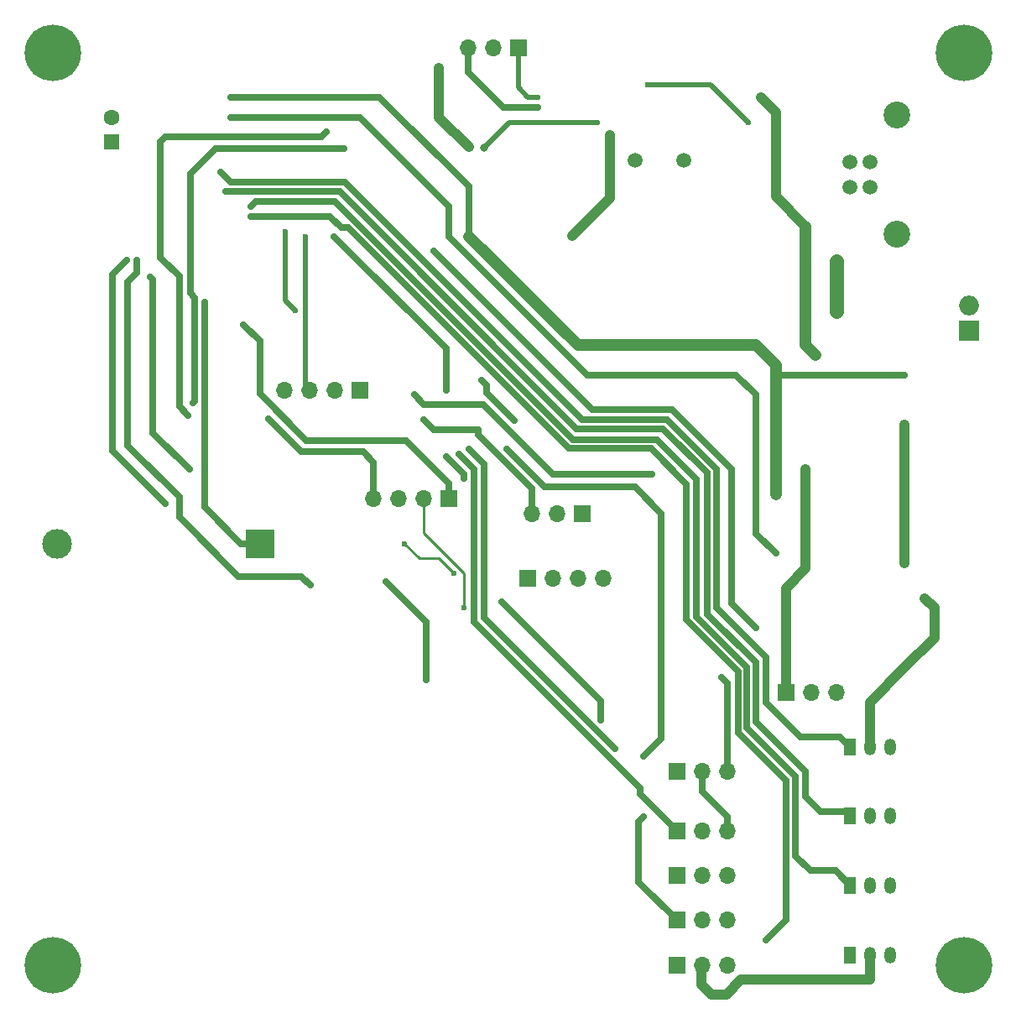
<source format=gbl>
G04 #@! TF.FileFunction,Copper,L2,Bot,Signal*
%FSLAX46Y46*%
G04 Gerber Fmt 4.6, Leading zero omitted, Abs format (unit mm)*
G04 Created by KiCad (PCBNEW 4.0.7) date 11/23/17 20:16:03*
%MOMM*%
%LPD*%
G01*
G04 APERTURE LIST*
%ADD10C,0.100000*%
%ADD11C,3.000000*%
%ADD12R,3.000000X3.000000*%
%ADD13C,1.520000*%
%ADD14C,2.700000*%
%ADD15R,1.600000X1.600000*%
%ADD16C,1.600000*%
%ADD17R,1.700000X1.700000*%
%ADD18O,1.700000X1.700000*%
%ADD19C,1.500000*%
%ADD20O,1.998980X1.998980*%
%ADD21R,1.998980X1.998980*%
%ADD22C,5.700000*%
%ADD23R,1.200000X1.700000*%
%ADD24O,1.200000X1.700000*%
%ADD25C,0.600000*%
%ADD26C,0.800000*%
%ADD27C,0.250000*%
%ADD28C,0.700000*%
%ADD29C,1.000000*%
%ADD30C,1.400000*%
%ADD31C,1.200000*%
%ADD32C,0.500000*%
G04 APERTURE END LIST*
D10*
D11*
X118956000Y-97028000D03*
D12*
X139446000Y-97028000D03*
D13*
X199000000Y-61040000D03*
X199000000Y-58500000D03*
X201000000Y-58500000D03*
X201000000Y-61040000D03*
D14*
X203700000Y-65770000D03*
X203700000Y-53770000D03*
D15*
X124500000Y-56500000D03*
D16*
X124500000Y-54000000D03*
D17*
X172000000Y-94000000D03*
D18*
X169460000Y-94000000D03*
X166920000Y-94000000D03*
D17*
X166500000Y-100500000D03*
D18*
X169040000Y-100500000D03*
X171580000Y-100500000D03*
X174120000Y-100500000D03*
D17*
X158500000Y-92500000D03*
D18*
X155960000Y-92500000D03*
X153420000Y-92500000D03*
X150880000Y-92500000D03*
D17*
X149500000Y-81500000D03*
D18*
X146960000Y-81500000D03*
X144420000Y-81500000D03*
X141880000Y-81500000D03*
D17*
X192500000Y-112000000D03*
D18*
X195040000Y-112000000D03*
X197580000Y-112000000D03*
D19*
X177310000Y-58370000D03*
X182190000Y-58370000D03*
D20*
X211000000Y-72960000D03*
D21*
X211000000Y-75500000D03*
D17*
X165500000Y-47000000D03*
D18*
X162960000Y-47000000D03*
X160420000Y-47000000D03*
D22*
X210500000Y-139500000D03*
X118500000Y-139500000D03*
X118500000Y-47500000D03*
X210500000Y-47500000D03*
D17*
X181500000Y-126000000D03*
D18*
X184040000Y-126000000D03*
X186580000Y-126000000D03*
D17*
X181500000Y-130500000D03*
D18*
X184040000Y-130500000D03*
X186580000Y-130500000D03*
D23*
X199000000Y-117500000D03*
D24*
X201000000Y-117500000D03*
X203000000Y-117500000D03*
D23*
X199000000Y-124500000D03*
D24*
X201000000Y-124500000D03*
X203000000Y-124500000D03*
D23*
X199000000Y-131500000D03*
D24*
X201000000Y-131500000D03*
X203000000Y-131500000D03*
D23*
X199000000Y-138500000D03*
D24*
X201000000Y-138500000D03*
X203000000Y-138500000D03*
D17*
X181500000Y-135000000D03*
D18*
X184040000Y-135000000D03*
X186580000Y-135000000D03*
D17*
X181500000Y-139500000D03*
D18*
X184040000Y-139500000D03*
X186580000Y-139500000D03*
D17*
X181500000Y-120000000D03*
D18*
X184040000Y-120000000D03*
X186580000Y-120000000D03*
D25*
X160000000Y-103500000D03*
X167500000Y-53000000D03*
X206500000Y-102500000D03*
X161500000Y-85500000D03*
X156000000Y-84500000D03*
X204500000Y-99000000D03*
X204500000Y-85000000D03*
X157500000Y-49000000D03*
X160500000Y-57000000D03*
X174770000Y-55830000D03*
X170960000Y-65990000D03*
D26*
X197630000Y-68530000D03*
X197630000Y-73610000D03*
D25*
X133858000Y-72644000D03*
X204500000Y-80000000D03*
X137795000Y-74930000D03*
X186000000Y-110500000D03*
X160500000Y-66000000D03*
X136500000Y-52000000D03*
X191500000Y-92000000D03*
X189500000Y-77000000D03*
X173500000Y-54560000D03*
D26*
X162070000Y-57100000D03*
D25*
X190000000Y-52000000D03*
X179000000Y-90000000D03*
X155000000Y-82000000D03*
X194500000Y-89500000D03*
X194500000Y-65000000D03*
X195500000Y-78000000D03*
X188740000Y-54560000D03*
X178580000Y-50750000D03*
X159000000Y-100000000D03*
X154000000Y-97000000D03*
X132207000Y-84074000D03*
X146177000Y-55499000D03*
X131318000Y-70040500D03*
X140335000Y-84455000D03*
X132715000Y-82804000D03*
X147955000Y-57150000D03*
X132842000Y-72199500D03*
X159512000Y-88011000D03*
X175260000Y-117729000D03*
X160528000Y-87503000D03*
X135500000Y-59500000D03*
X136000000Y-61500000D03*
X138500000Y-63000000D03*
X138500000Y-64000000D03*
X190500000Y-137000000D03*
X178181000Y-124587000D03*
X178181000Y-118491000D03*
X164338000Y-87503000D03*
X165100000Y-84582000D03*
X161798000Y-80518000D03*
X173863000Y-114808000D03*
X163830000Y-102870000D03*
X160020000Y-90424000D03*
X158242000Y-88265000D03*
X158242000Y-81534000D03*
X146939000Y-66040000D03*
X167500000Y-52000000D03*
X157000000Y-67500000D03*
X189500000Y-105500000D03*
X191500000Y-98000000D03*
X136500000Y-54000000D03*
X129921000Y-92964000D03*
X125984000Y-68453000D03*
X144526000Y-101219000D03*
X127000000Y-68453000D03*
X156210000Y-110744000D03*
X152146000Y-100838000D03*
X132334000Y-89535000D03*
X128397000Y-70104000D03*
X144000000Y-66000000D03*
X142000000Y-65500000D03*
X143000000Y-73500000D03*
D27*
X155960000Y-92500000D02*
X155960000Y-95960000D01*
X160000000Y-100000000D02*
X160000000Y-103500000D01*
X155960000Y-95960000D02*
X160000000Y-100000000D01*
D28*
X160420000Y-47000000D02*
X160420000Y-49420000D01*
X164000000Y-53000000D02*
X167500000Y-53000000D01*
X160420000Y-49420000D02*
X164000000Y-53000000D01*
X166920000Y-94000000D02*
X166920000Y-91482000D01*
X161500000Y-86062000D02*
X161500000Y-85500000D01*
X166920000Y-91482000D02*
X161500000Y-86062000D01*
D29*
X201000000Y-138500000D02*
X201000000Y-141000000D01*
X200500000Y-141000000D02*
X190000000Y-141000000D01*
X201000000Y-141000000D02*
X200500000Y-141000000D01*
X201000000Y-117500000D02*
X201000000Y-113000000D01*
X207500000Y-103500000D02*
X206500000Y-102500000D01*
X207500000Y-106500000D02*
X207500000Y-103500000D01*
X204500000Y-109500000D02*
X207500000Y-106500000D01*
X201000000Y-113000000D02*
X204500000Y-109500000D01*
D28*
X157000000Y-85500000D02*
X161500000Y-85500000D01*
X156000000Y-84500000D02*
X157000000Y-85500000D01*
D29*
X204500000Y-85000000D02*
X204500000Y-99000000D01*
X157500000Y-54000000D02*
X157500000Y-49000000D01*
X160500000Y-57000000D02*
X157500000Y-54000000D01*
X174770000Y-62180000D02*
X174770000Y-55830000D01*
X170960000Y-65990000D02*
X174770000Y-62180000D01*
D30*
X197630000Y-73610000D02*
X197630000Y-68530000D01*
D29*
X190000000Y-141000000D02*
X188000000Y-141000000D01*
X184000000Y-141500000D02*
X184000000Y-139540000D01*
X185000000Y-142500000D02*
X184000000Y-141500000D01*
X186500000Y-142500000D02*
X185000000Y-142500000D01*
X188000000Y-141000000D02*
X186500000Y-142500000D01*
X184000000Y-139540000D02*
X184040000Y-139500000D01*
D28*
X139446000Y-97028000D02*
X137541000Y-97028000D01*
X133858000Y-93345000D02*
X133858000Y-72644000D01*
X137541000Y-97028000D02*
X133858000Y-93345000D01*
X191500000Y-80500000D02*
X192000000Y-80000000D01*
X192000000Y-80000000D02*
X204500000Y-80000000D01*
X158500000Y-90936000D02*
X158500000Y-92500000D01*
X154178000Y-86614000D02*
X158500000Y-90936000D01*
X144145000Y-86614000D02*
X154178000Y-86614000D01*
X139446000Y-81915000D02*
X144145000Y-86614000D01*
X139446000Y-76581000D02*
X139446000Y-81915000D01*
X137795000Y-74930000D02*
X139446000Y-76581000D01*
X186580000Y-111080000D02*
X186580000Y-120000000D01*
X186000000Y-110500000D02*
X186580000Y-111080000D01*
X160500000Y-66000000D02*
X160500000Y-61000000D01*
D31*
X171500000Y-77000000D02*
X160500000Y-66000000D01*
X189500000Y-77000000D02*
X171500000Y-77000000D01*
D28*
X151500000Y-52000000D02*
X136500000Y-52000000D01*
X160500000Y-61000000D02*
X151500000Y-52000000D01*
D31*
X191500000Y-79000000D02*
X191500000Y-80500000D01*
X191500000Y-80500000D02*
X191500000Y-82000000D01*
X191500000Y-82000000D02*
X191500000Y-92000000D01*
X189500000Y-77000000D02*
X191500000Y-79000000D01*
D32*
X164610000Y-54560000D02*
X173500000Y-54560000D01*
X162070000Y-57100000D02*
X164610000Y-54560000D01*
D29*
X191500000Y-62000000D02*
X194500000Y-65000000D01*
X191500000Y-53500000D02*
X191500000Y-62000000D01*
X190000000Y-52000000D02*
X191500000Y-53500000D01*
D28*
X169000000Y-90000000D02*
X179000000Y-90000000D01*
X162000000Y-83000000D02*
X169000000Y-90000000D01*
X156000000Y-83000000D02*
X162000000Y-83000000D01*
X155000000Y-82000000D02*
X156000000Y-83000000D01*
D29*
X192500000Y-112000000D02*
X192500000Y-101500000D01*
X192500000Y-101500000D02*
X194500000Y-99500000D01*
X194500000Y-99500000D02*
X194500000Y-89500000D01*
D31*
X194500000Y-77000000D02*
X194500000Y-65000000D01*
X195500000Y-78000000D02*
X194500000Y-77000000D01*
D32*
X188740000Y-54560000D02*
X184930000Y-50750000D01*
X184930000Y-50750000D02*
X178580000Y-50750000D01*
D27*
X157500000Y-98500000D02*
X159000000Y-100000000D01*
X155500000Y-98500000D02*
X157500000Y-98500000D01*
X154000000Y-97000000D02*
X155500000Y-98500000D01*
D28*
X131318000Y-70040500D02*
X131318000Y-83185000D01*
X131318000Y-83185000D02*
X132207000Y-84074000D01*
X145669000Y-56007000D02*
X146177000Y-55499000D01*
X129857500Y-56007000D02*
X145669000Y-56007000D01*
X129413000Y-56451500D02*
X129857500Y-56007000D01*
X129413000Y-68135500D02*
X129413000Y-56451500D01*
X131318000Y-70040500D02*
X129413000Y-68135500D01*
X132842000Y-72199500D02*
X132842000Y-82677000D01*
X150880000Y-88777000D02*
X150880000Y-92500000D01*
X149860000Y-87757000D02*
X150880000Y-88777000D01*
X143637000Y-87757000D02*
X149860000Y-87757000D01*
X140335000Y-84455000D02*
X143637000Y-87757000D01*
X132842000Y-82677000D02*
X132715000Y-82804000D01*
X134937500Y-57150000D02*
X147955000Y-57150000D01*
X132397500Y-59690000D02*
X134937500Y-57150000D01*
X132397500Y-71755000D02*
X132397500Y-59690000D01*
X132842000Y-72199500D02*
X132397500Y-71755000D01*
X177800000Y-122300000D02*
X181500000Y-126000000D01*
X177800000Y-121666000D02*
X177800000Y-122300000D01*
X161036000Y-104902000D02*
X177800000Y-121666000D01*
X161036000Y-89535000D02*
X161036000Y-104902000D01*
X159512000Y-88011000D02*
X161036000Y-89535000D01*
X181500000Y-126500000D02*
X181500000Y-126000000D01*
X162052000Y-104521000D02*
X175260000Y-117729000D01*
X162052000Y-89027000D02*
X162052000Y-104521000D01*
X160528000Y-87503000D02*
X162052000Y-89027000D01*
X199000000Y-117500000D02*
X198000000Y-116500000D01*
X194000000Y-116500000D02*
X193000000Y-115500000D01*
X198000000Y-116500000D02*
X194000000Y-116500000D01*
X190500000Y-113000000D02*
X193000000Y-115500000D01*
X180500000Y-84500000D02*
X185500000Y-89500000D01*
X172000000Y-84500000D02*
X180500000Y-84500000D01*
X148000000Y-60500000D02*
X172000000Y-84500000D01*
X136500000Y-60500000D02*
X148000000Y-60500000D01*
X135500000Y-59500000D02*
X136500000Y-60500000D01*
X185500000Y-89500000D02*
X185500000Y-103500000D01*
X185500000Y-103500000D02*
X190500000Y-108500000D01*
X190500000Y-108500000D02*
X190500000Y-113000000D01*
X199000000Y-124500000D02*
X198500000Y-124000000D01*
X198500000Y-124000000D02*
X196000000Y-124000000D01*
X196000000Y-124000000D02*
X194500000Y-122500000D01*
X189500000Y-115000000D02*
X194500000Y-120000000D01*
X194500000Y-120000000D02*
X194500000Y-122500000D01*
X184599998Y-104099998D02*
X189500000Y-109000000D01*
X189500000Y-109000000D02*
X189500000Y-115000000D01*
X180127206Y-85400002D02*
X184599998Y-89872794D01*
X184599998Y-89872794D02*
X184599998Y-104099998D01*
X136000000Y-61500000D02*
X147500000Y-61500000D01*
X147500000Y-61500000D02*
X171400002Y-85400002D01*
X171400002Y-85400002D02*
X180127206Y-85400002D01*
X199000000Y-131500000D02*
X197500000Y-130000000D01*
X195000000Y-130000000D02*
X193500000Y-128500000D01*
X197500000Y-130000000D02*
X195000000Y-130000000D01*
X193500000Y-120500000D02*
X193500000Y-128500000D01*
X188599998Y-109500000D02*
X188599998Y-115599998D01*
X183500000Y-104400002D02*
X188599998Y-109500000D01*
X183500000Y-90500000D02*
X183500000Y-104400002D01*
X179500000Y-86500000D02*
X183500000Y-90500000D01*
X171000000Y-86500000D02*
X179500000Y-86500000D01*
X147000000Y-62500000D02*
X171000000Y-86500000D01*
X139000000Y-62500000D02*
X147000000Y-62500000D01*
X138500000Y-63000000D02*
X139000000Y-62500000D01*
X188599998Y-115599998D02*
X193500000Y-120500000D01*
X138500000Y-64000000D02*
X145500000Y-64000000D01*
X145500000Y-64000000D02*
X146500000Y-64000000D01*
X146500000Y-64000000D02*
X147636398Y-65136398D01*
X147636398Y-65136398D02*
X148363602Y-65136398D01*
X148363602Y-65136398D02*
X170627206Y-87400002D01*
X170627206Y-87400002D02*
X178900002Y-87400002D01*
X178900002Y-87400002D02*
X182500000Y-91000000D01*
X182500000Y-91000000D02*
X182500000Y-104672798D01*
X182500000Y-104672798D02*
X187699996Y-109872794D01*
X187699996Y-109872794D02*
X187699996Y-116099998D01*
X187699996Y-116099998D02*
X192500000Y-120900002D01*
X192500000Y-120900002D02*
X192500000Y-135000000D01*
X192500000Y-135000000D02*
X190500000Y-137000000D01*
X177673000Y-131173000D02*
X181500000Y-135000000D01*
X177673000Y-125095000D02*
X177673000Y-131173000D01*
X178181000Y-124587000D02*
X177673000Y-125095000D01*
X179959000Y-116713000D02*
X178181000Y-118491000D01*
X179959000Y-93980000D02*
X179959000Y-116713000D01*
X177292000Y-91313000D02*
X179959000Y-93980000D01*
X168148000Y-91313000D02*
X177292000Y-91313000D01*
X164338000Y-87503000D02*
X168148000Y-91313000D01*
X162306000Y-81788000D02*
X165100000Y-84582000D01*
X162306000Y-81026000D02*
X162306000Y-81788000D01*
X161798000Y-80518000D02*
X162306000Y-81026000D01*
X173863000Y-112903000D02*
X173863000Y-114808000D01*
X163830000Y-102870000D02*
X173863000Y-112903000D01*
X160020000Y-90043000D02*
X160020000Y-90424000D01*
X158242000Y-88265000D02*
X160020000Y-90043000D01*
X158242000Y-77343000D02*
X158242000Y-81534000D01*
X146939000Y-66040000D02*
X158242000Y-77343000D01*
D32*
X165500000Y-47000000D02*
X165500000Y-51000000D01*
X166500000Y-52000000D02*
X167500000Y-52000000D01*
X165500000Y-51000000D02*
X166500000Y-52000000D01*
D28*
X173000000Y-83500000D02*
X157000000Y-67500000D01*
X181000000Y-83500000D02*
X173000000Y-83500000D01*
X187000000Y-89500000D02*
X181000000Y-83500000D01*
X187000000Y-103000000D02*
X187000000Y-89500000D01*
X189500000Y-105500000D02*
X187000000Y-103000000D01*
X189500000Y-96000000D02*
X191500000Y-98000000D01*
X189500000Y-82000000D02*
X189500000Y-96000000D01*
X187500000Y-80000000D02*
X189500000Y-82000000D01*
X172500000Y-80000000D02*
X187500000Y-80000000D01*
X158500000Y-66000000D02*
X172500000Y-80000000D01*
X158500000Y-63000000D02*
X158500000Y-66000000D01*
X149500000Y-54000000D02*
X158500000Y-63000000D01*
X136500000Y-54000000D02*
X149500000Y-54000000D01*
X124587000Y-87630000D02*
X129921000Y-92964000D01*
X124587000Y-69850000D02*
X124587000Y-87630000D01*
X125984000Y-68453000D02*
X124587000Y-69850000D01*
X143637000Y-100330000D02*
X144526000Y-101219000D01*
X137287000Y-100330000D02*
X143637000Y-100330000D01*
X131318000Y-94361000D02*
X137287000Y-100330000D01*
X131318000Y-92329000D02*
X131318000Y-94361000D01*
X126111000Y-87122000D02*
X131318000Y-92329000D01*
X126111000Y-70612000D02*
X126111000Y-87122000D01*
X127000000Y-69723000D02*
X126111000Y-70612000D01*
X127000000Y-68453000D02*
X127000000Y-69723000D01*
X156210000Y-104902000D02*
X156210000Y-110744000D01*
X152146000Y-100838000D02*
X156210000Y-104902000D01*
X128651000Y-85852000D02*
X132334000Y-89535000D01*
X128651000Y-70358000D02*
X128651000Y-85852000D01*
X128397000Y-70104000D02*
X128651000Y-70358000D01*
D32*
X144000000Y-66000000D02*
X144000000Y-72000000D01*
X144000000Y-72000000D02*
X144000000Y-81080000D01*
X144000000Y-81080000D02*
X144420000Y-81500000D01*
X142000000Y-65500000D02*
X142000000Y-72500000D01*
X142000000Y-72500000D02*
X143000000Y-73500000D01*
D28*
X186580000Y-124580000D02*
X186580000Y-126000000D01*
X184040000Y-122040000D02*
X186580000Y-124580000D01*
X184040000Y-120000000D02*
X184040000Y-122040000D01*
M02*

</source>
